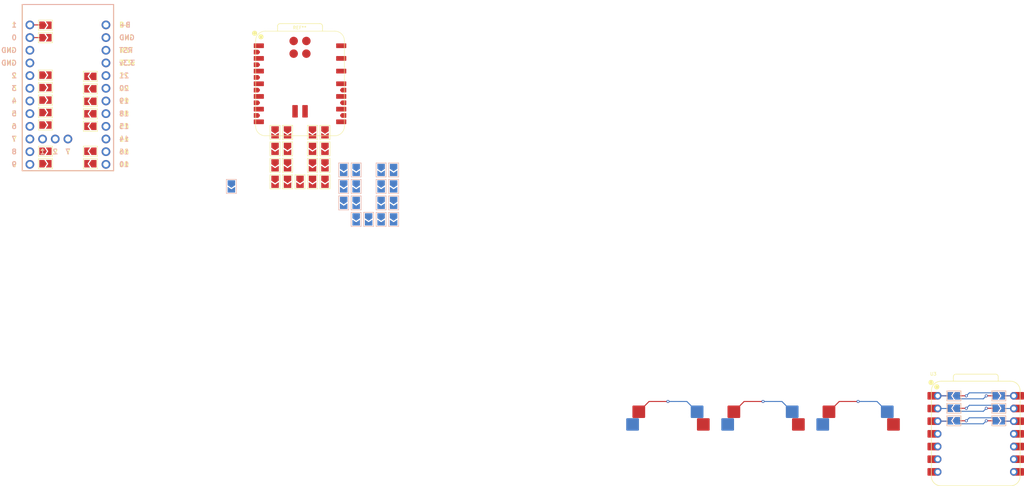
<source format=kicad_pcb>
(kicad_pcb (version 20241229) (generator "pcbnew") (generator_version "9.0")
  (layers (0 "F.Cu" signal) (2 "B.Cu" signal) (13 "F.Paste" user) (15 "B.Paste" user) (5 "F.SilkS" user "F.Silkscreen") (7 "B.SilkS" user "B.Silkscreen") (1 "F.Mask" user) (3 "B.Mask" user) (25 "Edge.Cuts" user))
  (net 0 "")
  (net 4 "unconnected-(U1-Pad1)")
  (net 18 "unconnected-(U1-0-Pad2)")
  (net 28 "Net-(JP1-B)")
  (net 29 "Net-(JP3-B)")
  (net 30 "GND")
  (net 39 "Net-(JP5-B)")
  (net 40 "Net-(JP7-B)")
  (net 41 "Net-(JP10-B)")
  (net 42 "Net-(JP11-B)")
  (net 43 "/VBUS")
  (net 44 "/GPIO26")
  (net 45 "/GPIO27")
  (net 46 "/3V3")
  (net 47 "/GPIO28")
  (footprint "ScottoKeebs_MCU:Nice_Nano_V2" (layer "F.Cu") (at 56 35.88)
    (property "Reference" "U1" (hide yes))
    (property "Value" "Nice_Nano_V2" (hide yes))
  )
  (footprint "Jumper:SolderJumper-2_P1.3mm_Open_TrianglePad1.0x1.5mm" (layer "F.Cu") (at 107.499998 47.024998 -90)
    (property "Reference" "REF**" (hide yes))
    (property "Value" "SolderJumper-2_P1.3mm_Open_TrianglePad1.0x1.5mm" (hide yes))
  )
  (footprint "Jumper:SolderJumper-2_P1.3mm_Open_TrianglePad1.0x1.5mm" (layer "F.Cu") (at 60.5 40 180)
    (property "Reference" "REF**" (hide yes))
    (property "Value" "SolderJumper-2_P1.3mm_Open_TrianglePad1.0x1.5mm" (hide yes))
  )
  (footprint "Jumper:SolderJumper-2_P1.3mm_Open_TrianglePad1.0x1.5mm" (layer "F.Cu") (at 60.5 47.5 180)
    (property "Reference" "REF**" (hide yes))
    (property "Value" "SolderJumper-2_P1.3mm_Open_TrianglePad1.0x1.5mm" (hide yes))
  )
  (footprint "Seeed Studio XIAO Series Library:XIAO-RP2040-DIP" (layer "F.Cu") (at 237.88 104.12)
    (property "Reference" "U3")
    (property "Value" "XIAO-RP2040-DIP")
  )
  (footprint "Jumper:SolderJumper-2_P1.3mm_Open_TrianglePad1.0x1.5mm" (layer "F.Cu") (at 242.5 96.5)
    (property "Reference" "JP3" (hide yes))
    (property "Value" "SolderJumper_2_Open" (hide yes))
  )
  (footprint "Jumper:SolderJumper-2_P1.3mm_Open_TrianglePad1.0x1.5mm" (layer "F.Cu") (at 60.5 37.5 180)
    (property "Reference" "REF**" (hide yes))
    (property "Value" "SolderJumper-2_P1.3mm_Open_TrianglePad1.0x1.5mm" (hide yes))
  )
  (footprint "MX_Hotswap:MX-Hotswap-1U" (layer "F.Cu") (at 195.2625 104.775)
    (property "Reference" "SW2")
    (property "Value" "SW_Push")
  )
  (footprint "Jumper:SolderJumper-2_P1.3mm_Open_TrianglePad1.0x1.5mm" (layer "F.Cu") (at 233.5 96.5 180)
    (property "Reference" "JP1" (hide yes))
    (property "Value" "SolderJumper_2_Open" (hide yes))
  )
  (footprint "Jumper:SolderJumper-2_P1.3mm_Open_TrianglePad1.0x1.5mm" (layer "F.Cu") (at 97.499998 47.024998 -90)
    (property "Reference" "REF**" (hide yes))
    (property "Value" "SolderJumper-2_P1.3mm_Open_TrianglePad1.0x1.5mm" (hide yes))
  )
  (footprint "Jumper:SolderJumper-2_P1.3mm_Open_TrianglePad1.0x1.5mm" (layer "F.Cu") (at 51.5 39.75)
    (property "Reference" "REF**" (hide yes))
    (property "Value" "SolderJumper-2_P1.3mm_Open_TrianglePad1.0x1.5mm" (hide yes))
  )
  (footprint "Jumper:SolderJumper-2_P1.3mm_Open_TrianglePad1.0x1.5mm" (layer "F.Cu") (at 60.5 35 180)
    (property "Reference" "REF**" (hide yes))
    (property "Value" "SolderJumper-2_P1.3mm_Open_TrianglePad1.0x1.5mm" (hide yes))
  )
  (footprint "Jumper:SolderJumper-2_P1.3mm_Open_TrianglePad1.0x1.5mm" (layer "F.Cu") (at 51.5 37.25)
    (property "Reference" "REF**" (hide yes))
    (property "Value" "SolderJumper-2_P1.3mm_Open_TrianglePad1.0x1.5mm" (hide yes))
  )
  (footprint "Jumper:SolderJumper-2_P1.3mm_Open_TrianglePad1.0x1.5mm" (layer "F.Cu") (at 107.499998 43.724998 -90)
    (property "Reference" "REF**" (hide yes))
    (property "Value" "SolderJumper-2_P1.3mm_Open_TrianglePad1.0x1.5mm" (hide yes))
  )
  (footprint "Jumper:SolderJumper-2_P1.3mm_Open_TrianglePad1.0x1.5mm" (layer "F.Cu") (at 99.999998 43.724998 -90)
    (property "Reference" "REF**" (hide yes))
    (property "Value" "SolderJumper-2_P1.3mm_Open_TrianglePad1.0x1.5mm" (hide yes))
  )
  (footprint "Jumper:SolderJumper-2_P1.3mm_Open_TrianglePad1.0x1.5mm" (layer "F.Cu") (at 97.499998 43.724998 -90)
    (property "Reference" "REF**" (hide yes))
    (property "Value" "SolderJumper-2_P1.3mm_Open_TrianglePad1.0x1.5mm" (hide yes))
  )
  (footprint "Jumper:SolderJumper-2_P1.3mm_Open_TrianglePad1.0x1.5mm" (layer "F.Cu") (at 51.5 50)
    (property "Reference" "REF**" (hide yes))
    (property "Value" "SolderJumper-2_P1.3mm_Open_TrianglePad1.0x1.5mm" (hide yes))
  )
  (footprint "Jumper:SolderJumper-2_P1.3mm_Open_TrianglePad1.0x1.5mm" (layer "F.Cu") (at 51.5 47.5)
    (property "Reference" "REF**" (hide yes))
    (property "Value" "SolderJumper-2_P1.3mm_Open_TrianglePad1.0x1.5mm" (hide yes))
  )
  (footprint "Jumper:SolderJumper-2_P1.3mm_Open_TrianglePad1.0x1.5mm" (layer "F.Cu") (at 51.5 24.75)
    (property "Reference" "REF**" (hide yes))
    (property "Value" "SolderJumper-2_P1.3mm_Open_TrianglePad1.0x1.5mm" (hide yes))
  )
  (footprint "Jumper:SolderJumper-2_P1.3mm_Open_TrianglePad1.0x1.5mm" (layer "F.Cu") (at 99.999998 47.024998 -90)
    (property "Reference" "REF**" (hide yes))
    (property "Value" "SolderJumper-2_P1.3mm_Open_TrianglePad1.0x1.5mm" (hide yes))
  )
  (footprint "Jumper:SolderJumper-2_P1.3mm_Open_TrianglePad1.0x1.5mm" (layer "F.Cu") (at 97.499998 50.324998 -90)
    (property "Reference" "REF**" (hide yes))
    (property "Value" "SolderJumper-2_P1.3mm_Open_TrianglePad1.0x1.5mm" (hide yes))
  )
  (footprint "Jumper:SolderJumper-2_P1.3mm_Open_TrianglePad1.0x1.5mm" (layer "F.Cu") (at 60.5 32.5 180)
    (property "Reference" "REF**" (hide yes))
    (property "Value" "SolderJumper-2_P1.3mm_Open_TrianglePad1.0x1.5mm" (hide yes))
  )
  (footprint "MX_Hotswap:MX-Hotswap-1U" (layer "F.Cu") (at 176.2125 104.775)
    (property "Reference" "SW1")
    (property "Value" "SW_Push")
  )
  (footprint "Jumper:SolderJumper-2_P1.3mm_Open_TrianglePad1.0x1.5mm" (layer "F.Cu") (at 104.999998 50.324998 -90)
    (property "Reference" "REF**" (hide yes))
    (property "Value" "SolderJumper-2_P1.3mm_Open_TrianglePad1.0x1.5mm" (hide yes))
  )
  (footprint "Jumper:SolderJumper-2_P1.3mm_Open_TrianglePad1.0x1.5mm" (layer "F.Cu") (at 51.5 22.25)
    (property "Reference" "REF**" (hide yes))
    (property "Value" "SolderJumper-2_P1.3mm_Open_TrianglePad1.0x1.5mm" (hide yes))
  )
  (footprint "Jumper:SolderJumper-2_P1.3mm_Open_TrianglePad1.0x1.5mm" (layer "F.Cu") (at 242.5 101.5)
    (property "Reference" "JP11" (hide yes))
    (property "Value" "SolderJumper_2_Open" (hide yes))
  )
  (footprint "Jumper:SolderJumper-2_P1.3mm_Open_TrianglePad1.0x1.5mm" (layer "F.Cu") (at 60.5 42.5 180)
    (property "Reference" "REF**" (hide yes))
    (property "Value" "SolderJumper-2_P1.3mm_Open_TrianglePad1.0x1.5mm" (hide yes))
  )
  (footprint "Jumper:SolderJumper-2_P1.3mm_Open_TrianglePad1.0x1.5mm" (layer "F.Cu") (at 233.5 99 180)
    (property "Reference" "JP5" (hide yes))
    (property "Value" "SolderJumper_2_Open" (hide yes))
  )
  (footprint "Jumper:SolderJumper-2_P1.3mm_Open_TrianglePad1.0x1.5mm" (layer "F.Cu") (at 99.999998 53.624998 -90)
    (property "Reference" "REF**" (hide yes))
    (property "Value" "SolderJumper-2_P1.3mm_Open_TrianglePad1.0x1.5mm" (hide yes))
  )
  (footprint "Jumper:SolderJumper-2_P1.3mm_Open_TrianglePad1.0x1.5mm" (layer "F.Cu") (at 99.999998 50.324998 -90)
    (property "Reference" "REF**" (hide yes))
    (property "Value" "SolderJumper-2_P1.3mm_Open_TrianglePad1.0x1.5mm" (hide yes))
  )
  (footprint "Jumper:SolderJumper-2_P1.3mm_Open_TrianglePad1.0x1.5mm" (layer "F.Cu") (at 107.499998 53.624998 -90)
    (property "Reference" "REF**" (hide yes))
    (property "Value" "SolderJumper-2_P1.3mm_Open_TrianglePad1.0x1.5mm" (hide yes))
  )
  (footprint "Jumper:SolderJumper-2_P1.3mm_Open_TrianglePad1.0x1.5mm" (layer "F.Cu") (at 104.999998 53.624998 -90)
    (property "Reference" "REF**" (hide yes))
    (property "Value" "SolderJumper-2_P1.3mm_Open_TrianglePad1.0x1.5mm" (hide yes))
  )
  (footprint "Jumper:SolderJumper-2_P1.3mm_Open_TrianglePad1.0x1.5mm" (layer "F.Cu") (at 104.999998 43.724998 -90)
    (property "Reference" "REF**" (hide yes))
    (property "Value" "SolderJumper-2_P1.3mm_Open_TrianglePad1.0x1.5mm" (hide yes))
  )
  (footprint "Jumper:SolderJumper-2_P1.3mm_Open_TrianglePad1.0x1.5mm" (layer "F.Cu") (at 60.5 50 180)
    (property "Reference" "REF**" (hide yes))
    (property "Value" "SolderJumper-2_P1.3mm_Open_TrianglePad1.0x1.5mm" (hide yes))
  )
  (footprint "Jumper:SolderJumper-2_P1.3mm_Open_TrianglePad1.0x1.5mm" (layer "F.Cu") (at 97.499998 53.624998 -90)
    (property "Reference" "REF**" (hide yes))
    (property "Value" "SolderJumper-2_P1.3mm_Open_TrianglePad1.0x1.5mm" (hide yes))
  )
  (footprint "Seeed Studio XIAO Series Library:XIAO-nRF52840-Plus-SMD" (layer "F.Cu") (at 102.5 33.9825 90)
    (property "Reference" "REF**")
    (property "Value" "XIAO-nRF52840-Plus-SMD")
  )
  (footprint "Jumper:SolderJumper-2_P1.3mm_Open_TrianglePad1.0x1.5mm" (layer "F.Cu") (at 104.999998 47.024998 -90)
    (property "Reference" "REF**" (hide yes))
    (property "Value" "SolderJumper-2_P1.3mm_Open_TrianglePad1.0x1.5mm" (hide yes))
  )
  (footprint "Jumper:SolderJumper-2_P1.3mm_Open_TrianglePad1.0x1.5mm" (layer "F.Cu") (at 102.499998 53.624998 -90)
    (property "Reference" "REF**" (hide yes))
    (property "Value" "SolderJumper-2_P1.3mm_Open_TrianglePad1.0x1.5mm" (hide yes))
  )
  (footprint "Jumper:SolderJumper-2_P1.3mm_Open_TrianglePad1.0x1.5mm" (layer "F.Cu") (at 51.5 42.25)
    (property "Reference" "REF**" (hide yes))
    (property "Value" "SolderJumper-2_P1.3mm_Open_TrianglePad1.0x1.5mm" (hide yes))
  )
  (footprint "MX_Hotswap:MX-Hotswap-1U" (layer "F.Cu") (at 214.3125 104.775)
    (property "Reference" "SW3")
    (property "Value" "SW_Push")
  )
  (footprint "Jumper:SolderJumper-2_P1.3mm_Open_TrianglePad1.0x1.5mm" (layer "F.Cu") (at 51.5 32.25)
    (property "Reference" "REF**" (hide yes))
    (property "Value" "SolderJumper-2_P1.3mm_Open_TrianglePad1.0x1.5mm" (hide yes))
  )
  (footprint "Jumper:SolderJumper-2_P1.3mm_Open_TrianglePad1.0x1.5mm" (layer "F.Cu") (at 233.5 101.5 180)
    (property "Reference" "JP9" (hide yes))
    (property "Value" "SolderJumper_2_Open" (hide yes))
  )
  (footprint "Jumper:SolderJumper-2_P1.3mm_Open_TrianglePad1.0x1.5mm" (layer "F.Cu") (at 242.5 99)
    (property "Reference" "JP7" (hide yes))
    (property "Value" "SolderJumper_2_Open" (hide yes))
  )
  (footprint "Jumper:SolderJumper-2_P1.3mm_Open_TrianglePad1.0x1.5mm" (layer "F.Cu") (at 107.499998 50.324998 -90)
    (property "Reference" "REF**" (hide yes))
    (property "Value" "SolderJumper-2_P1.3mm_Open_TrianglePad1.0x1.5mm" (hide yes))
  )
  (footprint "Jumper:SolderJumper-2_P1.3mm_Open_TrianglePad1.0x1.5mm" (layer "F.Cu") (at 51.5 34.75)
    (property "Reference" "REF**" (hide yes))
    (property "Value" "SolderJumper-2_P1.3mm_Open_TrianglePad1.0x1.5mm" (hide yes))
  )
  (footprint "Jumper:SolderJumper-2_P1.3mm_Open_TrianglePad1.0x1.5mm" (layer "B.Cu") (at 118.75 61.149996 -90)
    (property "Reference" "REF**" (hide yes))
    (property "Value" "SolderJumper-2_P1.3mm_Open_TrianglePad1.0x1.5mm" (hide yes))
  )
  (footprint "Jumper:SolderJumper-2_P1.3mm_Open_TrianglePad1.0x1.5mm" (layer "B.Cu") (at 121.25 61.149996 -90)
    (property "Reference" "REF**" (hide yes))
    (property "Value" "SolderJumper-2_P1.3mm_Open_TrianglePad1.0x1.5mm" (hide yes))
  )
  (footprint "Jumper:SolderJumper-2_P1.3mm_Open_TrianglePad1.0x1.5mm" (layer "B.Cu") (at 242.5 101.499998)
    (property "Reference" "JP12" (hide yes))
    (property "Value" "SolderJumper_2_Open" (hide yes))
  )
  (footprint "Jumper:SolderJumper-2_P1.3mm_Open_TrianglePad1.0x1.5mm" (layer "B.Cu") (at 121.25 54.549996 -90)
    (property "Reference" "REF**" (hide yes))
    (property "Value" "SolderJumper-2_P1.3mm_Open_TrianglePad1.0x1.5mm" (hide yes))
  )
  (footprint "Jumper:SolderJumper-2_P1.3mm_Open_TrianglePad1.0x1.5mm" (layer "B.Cu") (at 233.5 101.5 180)
    (property "Reference" "JP10" (hide yes))
    (property "Value" "SolderJumper_2_Open" (hide yes))
  )
  (footprint "Jumper:SolderJumper-2_P1.3mm_Open_TrianglePad1.0x1.5mm" (layer "B.Cu") (at 118.75 51.249996 -90)
    (property "Reference" "REF**" (hide yes))
    (property "Value" "SolderJumper-2_P1.3mm_Open_TrianglePad1.0x1.5mm" (hide yes))
  )
  (footprint "Jumper:SolderJumper-2_P1.3mm_Open_TrianglePad1.0x1.5mm" (layer "B.Cu") (at 121.25 51.249996 -90)
    (property "Reference" "REF**" (hide yes))
    (property "Value" "SolderJumper-2_P1.3mm_Open_TrianglePad1.0x1.5mm" (hide yes))
  )
  (footprint "Jumper:SolderJumper-2_P1.3mm_Open_TrianglePad1.0x1.5mm" (layer "B.Cu") (at 233.5 96.5 180)
    (property "Reference" "JP2" (hide yes))
    (property "Value" "SolderJumper_2_Open" (hide yes))
  )
  (footprint "MX_Hotswap:MX-Hotswap-1U" (layer "B.Cu") (at 214.3125 104.775 180)
    (property "Reference" "SW3-2")
    (property "Value" "SW_Push")
  )
  (footprint "Jumper:SolderJumper-2_P1.3mm_Open_TrianglePad1.0x1.5mm" (layer "B.Cu") (at 88.75 54.549996 -90)
    (property "Reference" "REF**" (hide yes))
    (property "Value" "SolderJumper-2_P1.3mm_Open_TrianglePad1.0x1.5mm" (hide yes))
  )
  (footprint "Jumper:SolderJumper-2_P1.3mm_Open_TrianglePad1.0x1.5mm" (layer "B.Cu") (at 113.75 57.849996 -90)
    (property "Reference" "REF**" (hide yes))
    (property "Value" "SolderJumper-2_P1.3mm_Open_TrianglePad1.0x1.5mm" (hide yes))
  )
  (footprint "Jumper:SolderJumper-2_P1.3mm_Open_TrianglePad1.0x1.5mm" (layer "B.Cu") (at 118.75 54.549996 -90)
    (property "Reference" "REF**" (hide yes))
    (property "Value" "SolderJumper-2_P1.3mm_Open_TrianglePad1.0x1.5mm" (hide yes))
  )
  (footprint "Jumper:SolderJumper-2_P1.3mm_Open_TrianglePad1.0x1.5mm" (layer "B.Cu") (at 113.75 61.149996 -90)
    (property "Reference" "REF**" (hide yes))
    (property "Value" "SolderJumper-2_P1.3mm_Open_TrianglePad1.0x1.5mm" (hide yes))
  )
  (footprint "Jumper:SolderJumper-2_P1.3mm_Open_TrianglePad1.0x1.5mm" (layer "B.Cu") (at 113.75 54.549996 -90)
    (property "Reference" "REF**" (hide yes))
    (property "Value" "SolderJumper-2_P1.3mm_Open_TrianglePad1.0x1.5mm" (hide yes))
  )
  (footprint "Jumper:SolderJumper-2_P1.3mm_Open_TrianglePad1.0x1.5mm" (layer "B.Cu") (at 118.75 57.849996 -90)
    (property "Reference" "REF**" (hide yes))
    (property "Value" "SolderJumper-2_P1.3mm_Open_TrianglePad1.0x1.5mm" (hide yes))
  )
  (footprint "Jumper:SolderJumper-2_P1.3mm_Open_TrianglePad1.0x1.5mm" (layer "B.Cu") (at 113.75 51.249996 -90)
    (property "Reference" "REF**" (hide yes))
    (property "Value" "SolderJumper-2_P1.3mm_Open_TrianglePad1.0x1.5mm" (hide yes))
  )
  (footprint "Jumper:SolderJumper-2_P1.3mm_Open_TrianglePad1.0x1.5mm" (layer "B.Cu") (at 116.25 61.149996 -90)
    (property "Reference" "REF**" (hide yes))
    (property "Value" "SolderJumper-2_P1.3mm_Open_TrianglePad1.0x1.5mm" (hide yes))
  )
  (footprint "Jumper:SolderJumper-2_P1.3mm_Open_TrianglePad1.0x1.5mm" (layer "B.Cu") (at 242.5 96.5)
    (property "Reference" "JP4" (hide yes))
    (property "Value" "SolderJumper_2_Open" (hide yes))
  )
  (footprint "MX_Hotswap:MX-Hotswap-1U" (layer "B.Cu") (at 195.2625 104.775 180)
    (property "Reference" "SW2-2")
    (property "Value" "SW_Push")
  )
  (footprint "Jumper:SolderJumper-2_P1.3mm_Open_TrianglePad1.0x1.5mm" (layer "B.Cu") (at 111.25 51.249996 -90)
    (property "Reference" "REF**" (hide yes))
    (property "Value" "SolderJumper-2_P1.3mm_Open_TrianglePad1.0x1.5mm" (hide yes))
  )
  (footprint "Jumper:SolderJumper-2_P1.3mm_Open_TrianglePad1.0x1.5mm" (layer "B.Cu") (at 111.25 57.849996 -90)
    (property "Reference" "REF**" (hide yes))
    (property "Value" "SolderJumper-2_P1.3mm_Open_TrianglePad1.0x1.5mm" (hide yes))
  )
  (footprint "Jumper:SolderJumper-2_P1.3mm_Open_TrianglePad1.0x1.5mm" (layer "B.Cu") (at 121.25 57.849996 -90)
    (property "Reference" "REF**" (hide yes))
    (property "Value" "SolderJumper-2_P1.3mm_Open_TrianglePad1.0x1.5mm" (hide yes))
  )
  (footprint "MX_Hotswap:MX-Hotswap-1U" (layer "B.Cu") (at 176.2125 104.775 180)
    (property "Reference" "SW1-2")
    (property "Value" "SW_Push")
  )
  (footprint "Jumper:SolderJumper-2_P1.3mm_Open_TrianglePad1.0x1.5mm" (layer "B.Cu") (at 242.5 99)
    (property "Reference" "JP8" (hide yes))
    (property "Value" "SolderJumper_2_Open" (hide yes))
  )
  (footprint "Jumper:SolderJumper-2_P1.3mm_Open_TrianglePad1.0x1.5mm" (layer "B.Cu") (at 111.25 54.549996 -90)
    (property "Reference" "REF**" (hide yes))
    (property "Value" "SolderJumper-2_P1.3mm_Open_TrianglePad1.0x1.5mm" (hide yes))
  )
  (footprint "Jumper:SolderJumper-2_P1.3mm_Open_TrianglePad1.0x1.5mm" (layer "B.Cu") (at 233.5 99 180)
    (property "Reference" "JP6" (hide yes))
    (property "Value" "SolderJumper_2_Open" (hide yes))
  )
  (segment (start 50.715 22.19) (end 50.775 22.25) (width 0.2) (layer "F.Cu") (net 4))
  (segment (start 48.38 22.19) (end 50.715 22.19) (width 0.2) (layer "F.Cu") (net 4))
  (segment (start 48.38 24.73) (end 50.755 24.73) (width 0.2) (layer "F.Cu") (net 18))
  (segment (start 50.755 24.73) (end 50.775 24.75) (width 0.2) (layer "F.Cu") (net 18))
  (segment (start 232.774999 96.500002) (end 230.260002 96.500002) (width 0.2) (layer "F.Cu") (net 28))
  (segment (start 230.260002 96.500002) (end 230.26 96.5) (width 0.2) (layer "F.Cu") (net 28))
  (segment (start 232.775 96.5) (end 230.26 96.5) (width 0.2) (layer "B.Cu") (net 28))
  (segment (start 243.225 96.5) (end 246.335 96.5) (width 0.2) (layer "F.Cu") (net 29))
  (segment (start 243.225001 96.499998) (end 245.499998 96.499998) (width 0.2) (layer "B.Cu") (net 29))
  (segment (start 245.499998 96.499998) (end 245.5 96.5) (width 0.2) (layer "B.Cu") (net 29))
  (segment (start 234.225001 98.999998) (end 235.999998 98.999998) (width 0.2) (layer "F.Cu") (net 30))
  (segment (start 235.999998 98.999998) (end 236 99) (width 0.2) (layer "F.Cu") (net 30))
  (via (at 236 99) (size 0.6) (drill 0.3) (layers "F.Cu" "B.Cu") (net 30))
  (segment (start 241.774999 99.000002) (end 241.173997 98.399) (width 0.2) (layer "B.Cu") (net 30))
  (segment (start 241.173997 98.399) (end 236.601 98.399) (width 0.2) (layer "B.Cu") (net 30))
  (segment (start 236.601 98.399) (end 236 99) (width 0.2) (layer "B.Cu") (net 30))
  (segment (start 232.735001 99.04) (end 232.774999 99.000002) (width 0.2) (layer "F.Cu") (net 39))
  (segment (start 230.26 99.04) (end 232.735001 99.04) (width 0.2) (layer "F.Cu") (net 39))
  (segment (start 232.735 99.04) (end 232.775 99) (width 0.2) (layer "B.Cu") (net 39))
  (segment (start 230.26 99.04) (end 232.735 99.04) (width 0.2) (layer "B.Cu") (net 39))
  (segment (start 245.5 99.04) (end 243.265 99.04) (width 0.2) (layer "F.Cu") (net 40))
  (segment (start 243.265 99.04) (end 243.225 99) (width 0.2) (layer "F.Cu") (net 40))
  (segment (start 245.5 99.04) (end 243.265003 99.04) (width 0.2) (layer "B.Cu") (net 40))
  (segment (start 243.265003 99.04) (end 243.225001 98.999998) (width 0.2) (layer "B.Cu") (net 40))
  (segment (start 232.695001 101.58) (end 232.774999 101.500002) (width 0.2) (layer "F.Cu") (net 41))
  (segment (start 230.26 101.58) (end 232.695001 101.58) (width 0.2) (layer "F.Cu") (net 41))
  (segment (start 232.695 101.58) (end 232.775 101.5) (width 0.2) (layer "B.Cu") (net 41))
  (segment (start 230.26 101.58) (end 232.695 101.58) (width 0.2) (layer "B.Cu") (net 41))
  (segment (start 243.305 101.58) (end 243.225 101.5) (width 0.2) (layer "F.Cu") (net 42))
  (segment (start 245.5 101.58) (end 243.305 101.58) (width 0.2) (layer "F.Cu") (net 42))
  (segment (start 245.5 101.58) (end 243.305005 101.58) (width 0.2) (layer "B.Cu") (net 42))
  (segment (start 243.305005 101.58) (end 243.225001 101.499996) (width 0.2) (layer "B.Cu") (net 42))
  (segment (start 235.999998 96.499998) (end 236 96.5) (width 0.2) (layer "F.Cu") (net 43))
  (segment (start 234.225001 96.499998) (end 235.999998 96.499998) (width 0.2) (layer "F.Cu") (net 43))
  (via (at 236 96.5) (size 0.6) (drill 0.3) (layers "F.Cu" "B.Cu") (net 43))
  (segment (start 236.601 95.899) (end 241.173997 95.899) (width 0.2) (layer "B.Cu") (net 43))
  (segment (start 236 96.5) (end 236.601 95.899) (width 0.2) (layer "B.Cu") (net 43))
  (segment (start 241.173997 95.899) (end 241.774999 96.500002) (width 0.2) (layer "B.Cu") (net 43))
  (segment (start 170.3705 99.695) (end 172.43425 97.63125) (width 0.2) (layer "F.Cu") (net 44))
  (segment (start 241.775 96.5) (end 240 96.5) (width 0.2) (layer "F.Cu") (net 44))
  (segment (start 172.43425 97.63125) (end 176.2125 97.63125) (width 0.2) (layer "F.Cu") (net 44))
  (via (at 176.2125 97.63125) (size 0.6) (drill 0.3) (layers "F.Cu" "B.Cu") (net 44))
  (via (at 240 96.5) (size 0.6) (drill 0.3) (layers "F.Cu" "B.Cu") (net 44))
  (segment (start 176.2125 97.63125) (end 179.99075 97.63125) (width 0.2) (layer "B.Cu") (net 44))
  (segment (start 179.99075 97.63125) (end 182.0545 99.695) (width 0.2) (layer "B.Cu") (net 44))
  (segment (start 240 96.5) (end 239.399 97.101) (width 0.2) (layer "B.Cu") (net 44))
  (segment (start 234.826 97.101) (end 234.225 96.5) (width 0.2) (layer "B.Cu") (net 44))
  (segment (start 239.399 97.101) (end 234.826 97.101) (width 0.2) (layer "B.Cu") (net 44))
  (segment (start 189.4205 99.695) (end 191.48425 97.63125) (width 0.2) (layer "F.Cu") (net 45))
  (segment (start 241.775 99) (end 240 99) (width 0.2) (layer "F.Cu") (net 45))
  (segment (start 241.774998 98.999998) (end 241.775 99) (width 0.2) (layer "F.Cu") (net 45))
  (segment (start 191.48425 97.63125) (end 195.2625 97.63125) (width 0.2) (layer "F.Cu") (net 45))
  (via (at 195.2625 97.63125) (size 0.6) (drill 0.3) (layers "F.Cu" "B.Cu") (net 45))
  (via (at 240 99) (size 0.6) (drill 0.3) (layers "F.Cu" "B.Cu") (net 45))
  (segment (start 239.399 99.601) (end 234.826 99.601) (width 0.2) (layer "B.Cu") (net 45))
  (segment (start 195.2625 97.63125) (end 199.04075 97.63125) (width 0.2) (layer "B.Cu") (net 45))
  (segment (start 240 99) (end 239.399 99.601) (width 0.2) (layer "B.Cu") (net 45))
  (segment (start 199.04075 97.63125) (end 201.1045 99.695) (width 0.2) (layer "B.Cu") (net 45))
  (segment (start 234.826 99.601) (end 234.225 99) (width 0.2) (layer "B.Cu") (net 45))
  (segment (start 235.999998 101.499998) (end 236 101.5) (width 0.2) (layer "F.Cu") (net 46))
  (segment (start 234.225001 101.499998) (end 235.999998 101.499998) (width 0.2) (layer "F.Cu") (net 46))
  (via (at 236 101.5) (size 0.6) (drill 0.3) (layers "F.Cu" "B.Cu") (net 46))
  (segment (start 241.173999 100.899) (end 236.601 100.899) (width 0.2) (layer "B.Cu") (net 46))
  (segment (start 236.601 100.899) (end 236 101.5) (width 0.2) (layer "B.Cu") (net 46))
  (segment (start 241.774999 101.5) (end 241.173999 100.899) (width 0.2) (layer "B.Cu") (net 46))
  (segment (start 210.53425 97.63125) (end 214.3125 97.63125) (width 0.2) (layer "F.Cu") (net 47))
  (segment (start 241.774998 101.499998) (end 241.775 101.5) (width 0.2) (layer "F.Cu") (net 47))
  (segment (start 208.4705 99.695) (end 210.53425 97.63125) (width 0.2) (layer "F.Cu") (net 47))
  (segment (start 241.775 101.5) (end 240 101.5) (width 0.2) (layer "F.Cu") (net 47))
  (via (at 214.3125 97.63125) (size 0.6) (drill 0.3) (layers "F.Cu" "B.Cu") (net 47))
  (via (at 240 101.5) (size 0.6) (drill 0.3) (layers "F.Cu" "B.Cu") (net 47))
  (segment (start 234.826 102.101) (end 234.225 101.5) (width 0.2) (layer "B.Cu") (net 47))
  (segment (start 239.399 102.101) (end 234.826 102.101) (width 0.2) (layer "B.Cu") (net 47))
  (segment (start 240 101.5) (end 239.399 102.101) (width 0.2) (layer "B.Cu") (net 47))
  (segment (start 214.3125 97.63125) (end 218.09075 97.63125) (width 0.2) (layer "B.Cu") (net 47))
  (segment (start 218.09075 97.63125) (end 220.1545 99.695) (width 0.2) (layer "B.Cu") (net 47))
)
</source>
